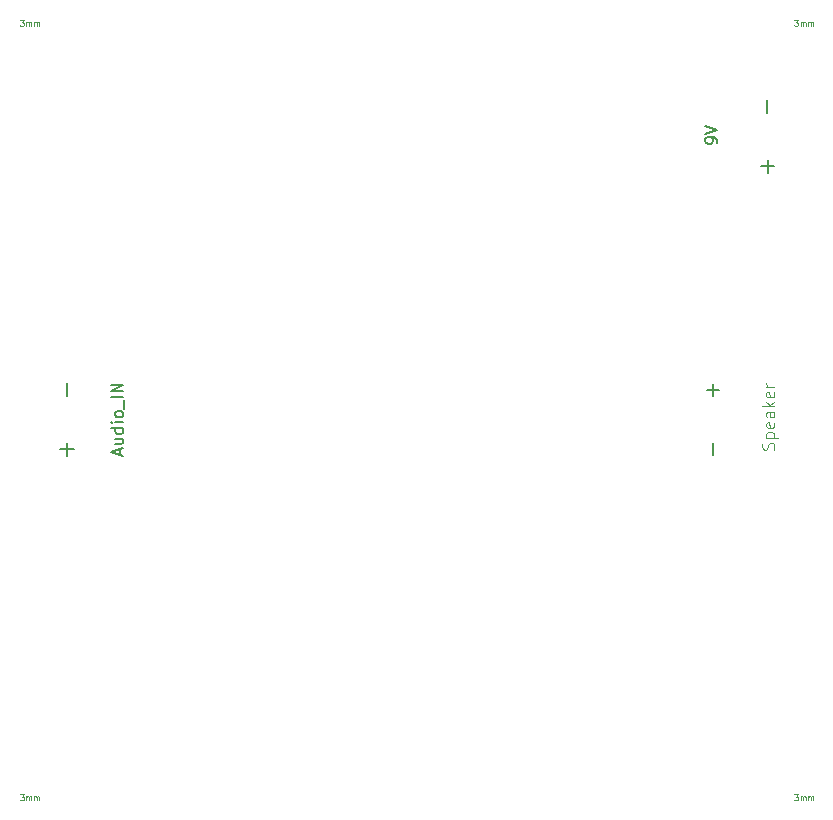
<source format=gto>
G04 #@! TF.FileFunction,Legend,Top*
%FSLAX45Y45*%
G04 Gerber Fmt 4.5, Leading zero omitted, Abs format (unit mm)*
G04 Created by KiCad (PCBNEW 4.0.7-e2-6376~58~ubuntu16.04.1) date Thu Oct 12 10:32:20 2017*
%MOMM*%
%LPD*%
G01*
G04 APERTURE LIST*
%ADD10C,0.020000*%
%ADD11C,0.150000*%
%ADD12C,0.100000*%
%ADD13C,0.050000*%
G04 APERTURE END LIST*
D10*
D11*
X17530000Y-9754000D02*
X17555000Y-9754000D01*
X17530000Y-9754000D02*
X17455000Y-9754000D01*
X17505000Y-9779000D02*
X17505000Y-9804000D01*
X17505000Y-9779000D02*
X17505000Y-9704000D01*
X17505000Y-10304000D02*
X17505000Y-10204000D01*
X12039392Y-9805155D02*
X12039392Y-9690869D01*
X12039392Y-10310615D02*
X12039392Y-10196329D01*
X12096535Y-10253472D02*
X11982249Y-10253472D01*
X12484765Y-10297091D02*
X12484765Y-10249472D01*
X12513336Y-10306615D02*
X12413336Y-10273282D01*
X12513336Y-10239948D01*
X12446669Y-10163758D02*
X12513336Y-10163758D01*
X12446669Y-10206615D02*
X12499050Y-10206615D01*
X12508574Y-10201853D01*
X12513336Y-10192329D01*
X12513336Y-10178043D01*
X12508574Y-10168520D01*
X12503812Y-10163758D01*
X12513336Y-10073281D02*
X12413336Y-10073281D01*
X12508574Y-10073281D02*
X12513336Y-10082805D01*
X12513336Y-10101853D01*
X12508574Y-10111377D01*
X12503812Y-10116139D01*
X12494288Y-10120901D01*
X12465717Y-10120901D01*
X12456193Y-10116139D01*
X12451431Y-10111377D01*
X12446669Y-10101853D01*
X12446669Y-10082805D01*
X12451431Y-10073281D01*
X12513336Y-10025662D02*
X12446669Y-10025662D01*
X12413336Y-10025662D02*
X12418098Y-10030424D01*
X12422860Y-10025662D01*
X12418098Y-10020901D01*
X12413336Y-10025662D01*
X12422860Y-10025662D01*
X12513336Y-9963758D02*
X12508574Y-9973282D01*
X12503812Y-9978043D01*
X12494288Y-9982805D01*
X12465717Y-9982805D01*
X12456193Y-9978043D01*
X12451431Y-9973282D01*
X12446669Y-9963758D01*
X12446669Y-9949472D01*
X12451431Y-9939948D01*
X12456193Y-9935186D01*
X12465717Y-9930424D01*
X12494288Y-9930424D01*
X12503812Y-9935186D01*
X12508574Y-9939948D01*
X12513336Y-9949472D01*
X12513336Y-9963758D01*
X12522860Y-9911377D02*
X12522860Y-9835186D01*
X12513336Y-9811377D02*
X12413336Y-9811377D01*
X12513336Y-9763758D02*
X12413336Y-9763758D01*
X12513336Y-9706615D01*
X12413336Y-9706615D01*
X17969314Y-7915143D02*
X17969314Y-7800857D01*
X18026457Y-7858000D02*
X17912171Y-7858000D01*
X17964234Y-7407143D02*
X17964234Y-7292857D01*
X17544098Y-7655745D02*
X17544098Y-7636697D01*
X17539336Y-7627173D01*
X17534574Y-7622411D01*
X17520289Y-7612888D01*
X17501241Y-7608126D01*
X17463146Y-7608126D01*
X17453622Y-7612888D01*
X17448860Y-7617649D01*
X17444098Y-7627173D01*
X17444098Y-7646221D01*
X17448860Y-7655745D01*
X17453622Y-7660507D01*
X17463146Y-7665269D01*
X17486955Y-7665269D01*
X17496479Y-7660507D01*
X17501241Y-7655745D01*
X17506003Y-7646221D01*
X17506003Y-7627173D01*
X17501241Y-7617649D01*
X17496479Y-7612888D01*
X17486955Y-7608126D01*
X17444098Y-7579554D02*
X17544098Y-7546221D01*
X17444098Y-7512888D01*
D12*
X18020476Y-10255191D02*
X18025238Y-10240905D01*
X18025238Y-10217095D01*
X18020476Y-10207571D01*
X18015714Y-10202810D01*
X18006191Y-10198048D01*
X17996667Y-10198048D01*
X17987143Y-10202810D01*
X17982381Y-10207571D01*
X17977619Y-10217095D01*
X17972857Y-10236143D01*
X17968095Y-10245667D01*
X17963333Y-10250429D01*
X17953810Y-10255191D01*
X17944286Y-10255191D01*
X17934762Y-10250429D01*
X17930000Y-10245667D01*
X17925238Y-10236143D01*
X17925238Y-10212333D01*
X17930000Y-10198048D01*
X17958571Y-10155191D02*
X18058571Y-10155191D01*
X17963333Y-10155191D02*
X17958571Y-10145667D01*
X17958571Y-10126619D01*
X17963333Y-10117095D01*
X17968095Y-10112333D01*
X17977619Y-10107571D01*
X18006191Y-10107571D01*
X18015714Y-10112333D01*
X18020476Y-10117095D01*
X18025238Y-10126619D01*
X18025238Y-10145667D01*
X18020476Y-10155191D01*
X18020476Y-10026619D02*
X18025238Y-10036143D01*
X18025238Y-10055191D01*
X18020476Y-10064714D01*
X18010952Y-10069476D01*
X17972857Y-10069476D01*
X17963333Y-10064714D01*
X17958571Y-10055191D01*
X17958571Y-10036143D01*
X17963333Y-10026619D01*
X17972857Y-10021857D01*
X17982381Y-10021857D01*
X17991905Y-10069476D01*
X18025238Y-9936143D02*
X17972857Y-9936143D01*
X17963333Y-9940905D01*
X17958571Y-9950429D01*
X17958571Y-9969476D01*
X17963333Y-9979000D01*
X18020476Y-9936143D02*
X18025238Y-9945667D01*
X18025238Y-9969476D01*
X18020476Y-9979000D01*
X18010952Y-9983762D01*
X18001429Y-9983762D01*
X17991905Y-9979000D01*
X17987143Y-9969476D01*
X17987143Y-9945667D01*
X17982381Y-9936143D01*
X18025238Y-9888524D02*
X17925238Y-9888524D01*
X17987143Y-9879000D02*
X18025238Y-9850429D01*
X17958571Y-9850429D02*
X17996667Y-9888524D01*
X18020476Y-9769476D02*
X18025238Y-9779000D01*
X18025238Y-9798048D01*
X18020476Y-9807571D01*
X18010952Y-9812333D01*
X17972857Y-9812333D01*
X17963333Y-9807571D01*
X17958571Y-9798048D01*
X17958571Y-9779000D01*
X17963333Y-9769476D01*
X17972857Y-9764714D01*
X17982381Y-9764714D01*
X17991905Y-9812333D01*
X18025238Y-9721857D02*
X17958571Y-9721857D01*
X17977619Y-9721857D02*
X17968095Y-9717095D01*
X17963333Y-9712333D01*
X17958571Y-9702810D01*
X17958571Y-9693286D01*
D13*
X11641747Y-13173959D02*
X11672699Y-13173959D01*
X11656032Y-13193007D01*
X11663175Y-13193007D01*
X11667937Y-13195388D01*
X11670318Y-13197769D01*
X11672699Y-13202530D01*
X11672699Y-13214435D01*
X11670318Y-13219197D01*
X11667937Y-13221578D01*
X11663175Y-13223959D01*
X11648889Y-13223959D01*
X11644128Y-13221578D01*
X11641747Y-13219197D01*
X11694128Y-13223959D02*
X11694128Y-13190626D01*
X11694128Y-13195388D02*
X11696508Y-13193007D01*
X11701270Y-13190626D01*
X11708413Y-13190626D01*
X11713175Y-13193007D01*
X11715556Y-13197769D01*
X11715556Y-13223959D01*
X11715556Y-13197769D02*
X11717937Y-13193007D01*
X11722699Y-13190626D01*
X11729842Y-13190626D01*
X11734604Y-13193007D01*
X11736985Y-13197769D01*
X11736985Y-13223959D01*
X11760794Y-13223959D02*
X11760794Y-13190626D01*
X11760794Y-13195388D02*
X11763175Y-13193007D01*
X11767937Y-13190626D01*
X11775080Y-13190626D01*
X11779842Y-13193007D01*
X11782223Y-13197769D01*
X11782223Y-13223959D01*
X11782223Y-13197769D02*
X11784604Y-13193007D01*
X11789366Y-13190626D01*
X11796508Y-13190626D01*
X11801270Y-13193007D01*
X11803651Y-13197769D01*
X11803651Y-13223959D01*
X18196747Y-13173959D02*
X18227699Y-13173959D01*
X18211032Y-13193007D01*
X18218175Y-13193007D01*
X18222937Y-13195388D01*
X18225318Y-13197769D01*
X18227699Y-13202530D01*
X18227699Y-13214435D01*
X18225318Y-13219197D01*
X18222937Y-13221578D01*
X18218175Y-13223959D01*
X18203890Y-13223959D01*
X18199128Y-13221578D01*
X18196747Y-13219197D01*
X18249128Y-13223959D02*
X18249128Y-13190626D01*
X18249128Y-13195388D02*
X18251509Y-13193007D01*
X18256270Y-13190626D01*
X18263413Y-13190626D01*
X18268175Y-13193007D01*
X18270556Y-13197769D01*
X18270556Y-13223959D01*
X18270556Y-13197769D02*
X18272937Y-13193007D01*
X18277699Y-13190626D01*
X18284842Y-13190626D01*
X18289604Y-13193007D01*
X18291985Y-13197769D01*
X18291985Y-13223959D01*
X18315794Y-13223959D02*
X18315794Y-13190626D01*
X18315794Y-13195388D02*
X18318175Y-13193007D01*
X18322937Y-13190626D01*
X18330080Y-13190626D01*
X18334842Y-13193007D01*
X18337223Y-13197769D01*
X18337223Y-13223959D01*
X18337223Y-13197769D02*
X18339604Y-13193007D01*
X18344366Y-13190626D01*
X18351509Y-13190626D01*
X18356271Y-13193007D01*
X18358651Y-13197769D01*
X18358651Y-13223959D01*
X18196747Y-6618959D02*
X18227699Y-6618959D01*
X18211032Y-6638007D01*
X18218175Y-6638007D01*
X18222937Y-6640388D01*
X18225318Y-6642769D01*
X18227699Y-6647530D01*
X18227699Y-6659435D01*
X18225318Y-6664197D01*
X18222937Y-6666578D01*
X18218175Y-6668959D01*
X18203890Y-6668959D01*
X18199128Y-6666578D01*
X18196747Y-6664197D01*
X18249128Y-6668959D02*
X18249128Y-6635626D01*
X18249128Y-6640388D02*
X18251509Y-6638007D01*
X18256270Y-6635626D01*
X18263413Y-6635626D01*
X18268175Y-6638007D01*
X18270556Y-6642769D01*
X18270556Y-6668959D01*
X18270556Y-6642769D02*
X18272937Y-6638007D01*
X18277699Y-6635626D01*
X18284842Y-6635626D01*
X18289604Y-6638007D01*
X18291985Y-6642769D01*
X18291985Y-6668959D01*
X18315794Y-6668959D02*
X18315794Y-6635626D01*
X18315794Y-6640388D02*
X18318175Y-6638007D01*
X18322937Y-6635626D01*
X18330080Y-6635626D01*
X18334842Y-6638007D01*
X18337223Y-6642769D01*
X18337223Y-6668959D01*
X18337223Y-6642769D02*
X18339604Y-6638007D01*
X18344366Y-6635626D01*
X18351509Y-6635626D01*
X18356271Y-6638007D01*
X18358651Y-6642769D01*
X18358651Y-6668959D01*
X11641747Y-6618959D02*
X11672699Y-6618959D01*
X11656032Y-6638007D01*
X11663175Y-6638007D01*
X11667937Y-6640388D01*
X11670318Y-6642769D01*
X11672699Y-6647530D01*
X11672699Y-6659435D01*
X11670318Y-6664197D01*
X11667937Y-6666578D01*
X11663175Y-6668959D01*
X11648889Y-6668959D01*
X11644128Y-6666578D01*
X11641747Y-6664197D01*
X11694128Y-6668959D02*
X11694128Y-6635626D01*
X11694128Y-6640388D02*
X11696508Y-6638007D01*
X11701270Y-6635626D01*
X11708413Y-6635626D01*
X11713175Y-6638007D01*
X11715556Y-6642769D01*
X11715556Y-6668959D01*
X11715556Y-6642769D02*
X11717937Y-6638007D01*
X11722699Y-6635626D01*
X11729842Y-6635626D01*
X11734604Y-6638007D01*
X11736985Y-6642769D01*
X11736985Y-6668959D01*
X11760794Y-6668959D02*
X11760794Y-6635626D01*
X11760794Y-6640388D02*
X11763175Y-6638007D01*
X11767937Y-6635626D01*
X11775080Y-6635626D01*
X11779842Y-6638007D01*
X11782223Y-6642769D01*
X11782223Y-6668959D01*
X11782223Y-6642769D02*
X11784604Y-6638007D01*
X11789366Y-6635626D01*
X11796508Y-6635626D01*
X11801270Y-6638007D01*
X11803651Y-6642769D01*
X11803651Y-6668959D01*
M02*

</source>
